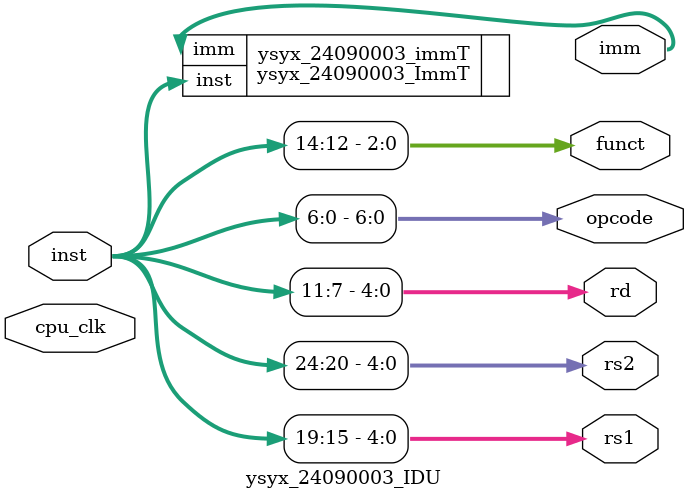
<source format=v>
module ysyx_24090003_IDU(
    input [31:0] inst,
    input  cpu_clk,
    output [4:0] rs1,
    output [4:0] rs2,
    output [4:0] rd,
    output [6:0] opcode,
    output [2:0] funct,
    output [31:0] imm
);
assign rs1 = inst[19:15];
assign rs2 = inst[24:20];
assign rd = inst[11:7];
assign funct = inst[14:12];
assign opcode = inst[6:0];
ysyx_24090003_ImmT ysyx_24090003_immT(
    .inst(inst),
    .imm(imm)
);




endmodule
</source>
